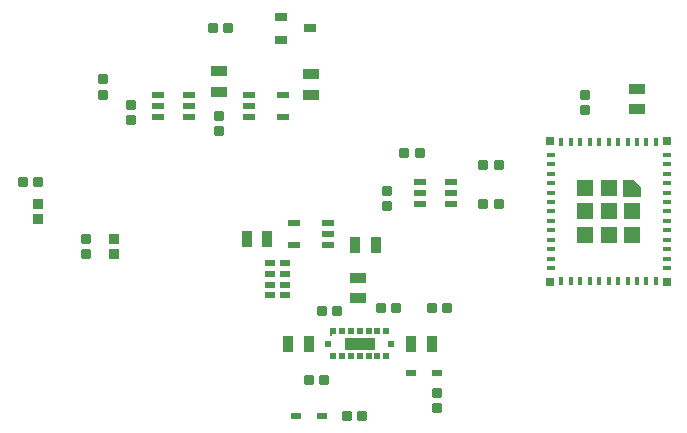
<source format=gbr>
%TF.GenerationSoftware,Altium Limited,Altium Designer,20.1.8 (145)*%
G04 Layer_Color=12040119*
%FSLAX45Y45*%
%MOMM*%
%TF.SameCoordinates,F34F671C-B0F6-4AC1-94B4-1D61ADA518EE*%
%TF.FilePolarity,Positive*%
%TF.FileFunction,Paste,Top*%
%TF.Part,Single*%
G01*
G75*
%TA.AperFunction,SMDPad,CuDef*%
G04:AMPARAMS|DCode=10|XSize=1.275mm|YSize=0.9mm|CornerRadius=0.045mm|HoleSize=0mm|Usage=FLASHONLY|Rotation=270.000|XOffset=0mm|YOffset=0mm|HoleType=Round|Shape=RoundedRectangle|*
%AMROUNDEDRECTD10*
21,1,1.27500,0.81000,0,0,270.0*
21,1,1.18500,0.90000,0,0,270.0*
1,1,0.09000,-0.40500,-0.59250*
1,1,0.09000,-0.40500,0.59250*
1,1,0.09000,0.40500,0.59250*
1,1,0.09000,0.40500,-0.59250*
%
%ADD10ROUNDEDRECTD10*%
G04:AMPARAMS|DCode=12|XSize=0.48mm|YSize=0.78mm|CornerRadius=0.024mm|HoleSize=0mm|Usage=FLASHONLY|Rotation=90.000|XOffset=0mm|YOffset=0mm|HoleType=Round|Shape=RoundedRectangle|*
%AMROUNDEDRECTD12*
21,1,0.48000,0.73200,0,0,90.0*
21,1,0.43200,0.78000,0,0,90.0*
1,1,0.04800,0.36600,0.21600*
1,1,0.04800,0.36600,-0.21600*
1,1,0.04800,-0.36600,-0.21600*
1,1,0.04800,-0.36600,0.21600*
%
%ADD12ROUNDEDRECTD12*%
G04:AMPARAMS|DCode=13|XSize=0.848mm|YSize=0.848mm|CornerRadius=0.05088mm|HoleSize=0mm|Usage=FLASHONLY|Rotation=180.000|XOffset=0mm|YOffset=0mm|HoleType=Round|Shape=RoundedRectangle|*
%AMROUNDEDRECTD13*
21,1,0.84800,0.74624,0,0,180.0*
21,1,0.74624,0.84800,0,0,180.0*
1,1,0.10176,-0.37312,0.37312*
1,1,0.10176,0.37312,0.37312*
1,1,0.10176,0.37312,-0.37312*
1,1,0.10176,-0.37312,-0.37312*
%
%ADD13ROUNDEDRECTD13*%
G04:AMPARAMS|DCode=14|XSize=0.848mm|YSize=0.848mm|CornerRadius=0.0424mm|HoleSize=0mm|Usage=FLASHONLY|Rotation=0.000|XOffset=0mm|YOffset=0mm|HoleType=Round|Shape=RoundedRectangle|*
%AMROUNDEDRECTD14*
21,1,0.84800,0.76320,0,0,0.0*
21,1,0.76320,0.84800,0,0,0.0*
1,1,0.08480,0.38160,-0.38160*
1,1,0.08480,-0.38160,-0.38160*
1,1,0.08480,-0.38160,0.38160*
1,1,0.08480,0.38160,0.38160*
%
%ADD14ROUNDEDRECTD14*%
G04:AMPARAMS|DCode=15|XSize=0.848mm|YSize=0.848mm|CornerRadius=0.05088mm|HoleSize=0mm|Usage=FLASHONLY|Rotation=90.000|XOffset=0mm|YOffset=0mm|HoleType=Round|Shape=RoundedRectangle|*
%AMROUNDEDRECTD15*
21,1,0.84800,0.74624,0,0,90.0*
21,1,0.74624,0.84800,0,0,90.0*
1,1,0.10176,0.37312,0.37312*
1,1,0.10176,0.37312,-0.37312*
1,1,0.10176,-0.37312,-0.37312*
1,1,0.10176,-0.37312,0.37312*
%
%ADD15ROUNDEDRECTD15*%
%TA.AperFunction,ConnectorPad*%
%ADD16R,0.80000X0.40000*%
%TA.AperFunction,SMDPad,CuDef*%
%ADD17R,0.70000X0.70000*%
%TA.AperFunction,BGAPad,CuDef*%
%ADD18R,1.45000X1.45000*%
%TA.AperFunction,ConnectorPad*%
%ADD20R,0.40000X0.80000*%
%TA.AperFunction,SMDPad,CuDef*%
G04:AMPARAMS|DCode=21|XSize=0.5mm|YSize=0.8mm|CornerRadius=0.0025mm|HoleSize=0mm|Usage=FLASHONLY|Rotation=90.000|XOffset=0mm|YOffset=0mm|HoleType=Round|Shape=RoundedRectangle|*
%AMROUNDEDRECTD21*
21,1,0.50000,0.79500,0,0,90.0*
21,1,0.49500,0.80000,0,0,90.0*
1,1,0.00500,0.39750,0.24750*
1,1,0.00500,0.39750,-0.24750*
1,1,0.00500,-0.39750,-0.24750*
1,1,0.00500,-0.39750,0.24750*
%
%ADD21ROUNDEDRECTD21*%
%ADD22R,2.50000X1.00000*%
%TA.AperFunction,BGAPad,CuDef*%
%ADD23R,0.50000X0.50000*%
%TA.AperFunction,SMDPad,CuDef*%
%ADD24R,0.20000X0.15000*%
G04:AMPARAMS|DCode=25|XSize=1.275mm|YSize=0.9mm|CornerRadius=0.045mm|HoleSize=0mm|Usage=FLASHONLY|Rotation=0.000|XOffset=0mm|YOffset=0mm|HoleType=Round|Shape=RoundedRectangle|*
%AMROUNDEDRECTD25*
21,1,1.27500,0.81000,0,0,0.0*
21,1,1.18500,0.90000,0,0,0.0*
1,1,0.09000,0.59250,-0.40500*
1,1,0.09000,-0.59250,-0.40500*
1,1,0.09000,-0.59250,0.40500*
1,1,0.09000,0.59250,0.40500*
%
%ADD25ROUNDEDRECTD25*%
G04:AMPARAMS|DCode=26|XSize=0.5mm|YSize=1.05mm|CornerRadius=0.025mm|HoleSize=0mm|Usage=FLASHONLY|Rotation=270.000|XOffset=0mm|YOffset=0mm|HoleType=Round|Shape=RoundedRectangle|*
%AMROUNDEDRECTD26*
21,1,0.50000,1.00000,0,0,270.0*
21,1,0.45000,1.05000,0,0,270.0*
1,1,0.05000,-0.50000,-0.22500*
1,1,0.05000,-0.50000,0.22500*
1,1,0.05000,0.50000,0.22500*
1,1,0.05000,0.50000,-0.22500*
%
%ADD26ROUNDEDRECTD26*%
G04:AMPARAMS|DCode=27|XSize=0.6mm|YSize=1.1mm|CornerRadius=0.03mm|HoleSize=0mm|Usage=FLASHONLY|Rotation=90.000|XOffset=0mm|YOffset=0mm|HoleType=Round|Shape=RoundedRectangle|*
%AMROUNDEDRECTD27*
21,1,0.60000,1.04000,0,0,90.0*
21,1,0.54000,1.10000,0,0,90.0*
1,1,0.06000,0.52000,0.27000*
1,1,0.06000,0.52000,-0.27000*
1,1,0.06000,-0.52000,-0.27000*
1,1,0.06000,-0.52000,0.27000*
%
%ADD27ROUNDEDRECTD27*%
G36*
X5483000Y4145600D02*
Y4290600D01*
X5568000D01*
X5628000Y4230600D01*
Y4145600D01*
X5483000D01*
D02*
G37*
D10*
X3213180Y3734463D02*
D03*
X3388420D02*
D03*
X2468812Y3785263D02*
D03*
X2293572D02*
D03*
X2643551Y2900000D02*
D03*
X2818791D02*
D03*
X3858320Y2900000D02*
D03*
X3683080D02*
D03*
D12*
X2614211Y3311400D02*
D03*
Y3401400D02*
D03*
Y3491400D02*
D03*
Y3581400D02*
D03*
X2494212D02*
D03*
Y3491400D02*
D03*
Y3401400D02*
D03*
Y3311400D02*
D03*
D13*
X935385Y3788025D02*
D03*
Y3658025D02*
D03*
X2060184Y4701937D02*
D03*
Y4831937D02*
D03*
X3903080Y2352905D02*
D03*
Y2482905D02*
D03*
X3481215Y4195798D02*
D03*
Y4065798D02*
D03*
X5159920Y4879237D02*
D03*
Y5009237D02*
D03*
X1310640Y4791480D02*
D03*
Y4921480D02*
D03*
X1077514Y5139237D02*
D03*
Y5009237D02*
D03*
D14*
X530000Y4087321D02*
D03*
Y3957321D02*
D03*
X1170940Y3658025D02*
D03*
Y3788026D02*
D03*
D15*
X3628119Y4514250D02*
D03*
X3758119D02*
D03*
X3138650Y2288991D02*
D03*
X3268650D02*
D03*
X2948791Y2595330D02*
D03*
X2818791D02*
D03*
X2929560Y3177900D02*
D03*
X3059560D02*
D03*
X3561180Y3203300D02*
D03*
X3431180D02*
D03*
X2134166Y5570000D02*
D03*
X2004166D02*
D03*
X4427441Y4083298D02*
D03*
X4297441D02*
D03*
Y4412980D02*
D03*
X4427441D02*
D03*
X530000Y4272280D02*
D03*
X400000D02*
D03*
X3858320Y3203300D02*
D03*
X3988320D02*
D03*
D16*
X4868000Y3700600D02*
D03*
X5848000Y4500600D02*
D03*
Y4420600D02*
D03*
Y4340600D02*
D03*
Y4260600D02*
D03*
Y4180600D02*
D03*
Y4100600D02*
D03*
Y4020600D02*
D03*
Y3940600D02*
D03*
Y3860600D02*
D03*
Y3780600D02*
D03*
Y3700600D02*
D03*
Y3620600D02*
D03*
Y3540600D02*
D03*
X4868000D02*
D03*
Y3620600D02*
D03*
Y3780600D02*
D03*
Y3860600D02*
D03*
Y3940600D02*
D03*
Y4020600D02*
D03*
Y4100600D02*
D03*
Y4180600D02*
D03*
Y4260600D02*
D03*
Y4340600D02*
D03*
Y4420600D02*
D03*
Y4500600D02*
D03*
D17*
X5853000Y3425600D02*
D03*
X4863000D02*
D03*
Y4615600D02*
D03*
X5853000D02*
D03*
D18*
X5358000Y3823100D02*
D03*
X5160500D02*
D03*
Y4020600D02*
D03*
Y4218100D02*
D03*
X5358000D02*
D03*
X5555500Y4020600D02*
D03*
Y3823100D02*
D03*
X5358000Y4020600D02*
D03*
D20*
X5758000Y3430600D02*
D03*
X5678000D02*
D03*
X5598000D02*
D03*
X5518000D02*
D03*
X5438000D02*
D03*
X5358000D02*
D03*
X5278000D02*
D03*
X5198000D02*
D03*
X5118000D02*
D03*
X5038000D02*
D03*
X4958000D02*
D03*
Y4610600D02*
D03*
X5038000D02*
D03*
X5118000D02*
D03*
X5198000D02*
D03*
X5278000D02*
D03*
X5358000D02*
D03*
X5438000D02*
D03*
X5518000D02*
D03*
X5598000D02*
D03*
X5678000D02*
D03*
X5758000D02*
D03*
D21*
X2929813Y2288991D02*
D03*
X2709813D02*
D03*
X3903080Y2656321D02*
D03*
X3683080D02*
D03*
D22*
X3250000Y2900000D02*
D03*
D23*
X2985000D02*
D03*
X3515000D02*
D03*
X3475000Y2795000D02*
D03*
X3400000Y3005000D02*
D03*
X3325000D02*
D03*
Y2795000D02*
D03*
X3250000Y3005000D02*
D03*
Y2795000D02*
D03*
X3175000Y3005000D02*
D03*
Y2795000D02*
D03*
X3475000Y3005000D02*
D03*
X3100000D02*
D03*
X3025000D02*
D03*
Y2795000D02*
D03*
X3100000D02*
D03*
X3400000D02*
D03*
D24*
X3010000Y2975000D02*
D03*
D25*
X3239840Y3460117D02*
D03*
Y3284877D02*
D03*
X2060183Y5034637D02*
D03*
Y5209877D02*
D03*
X2841629Y5009237D02*
D03*
Y5184477D02*
D03*
X5598000Y4884654D02*
D03*
Y5059894D02*
D03*
D26*
X2984898Y3734463D02*
D03*
Y3829463D02*
D03*
Y3924463D02*
D03*
X2694898D02*
D03*
Y3734463D02*
D03*
X3758119Y4273298D02*
D03*
Y4178297D02*
D03*
Y4083298D02*
D03*
X4023119D02*
D03*
Y4178297D02*
D03*
Y4273298D02*
D03*
X1540627Y5009237D02*
D03*
Y4914237D02*
D03*
Y4819237D02*
D03*
X1805627D02*
D03*
Y4914237D02*
D03*
Y5009237D02*
D03*
X2604740D02*
D03*
Y4819237D02*
D03*
X2314740D02*
D03*
Y4914237D02*
D03*
Y5009237D02*
D03*
D27*
X2583573Y5475000D02*
D03*
Y5665000D02*
D03*
X2833573Y5570000D02*
D03*
%TF.MD5,1d57d3fe480fefddda5a26999e1d8eed*%
M02*

</source>
